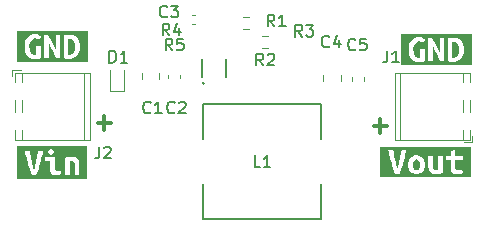
<source format=gbr>
%TF.GenerationSoftware,KiCad,Pcbnew,8.0.1*%
%TF.CreationDate,2025-05-13T16:21:41+05:45*%
%TF.ProjectId,12V-5V_buck_converter,3132562d-3556-45f6-9275-636b5f636f6e,rev?*%
%TF.SameCoordinates,Original*%
%TF.FileFunction,Legend,Top*%
%TF.FilePolarity,Positive*%
%FSLAX46Y46*%
G04 Gerber Fmt 4.6, Leading zero omitted, Abs format (unit mm)*
G04 Created by KiCad (PCBNEW 8.0.1) date 2025-05-13 16:21:41*
%MOMM*%
%LPD*%
G01*
G04 APERTURE LIST*
%ADD10C,0.100000*%
%ADD11C,0.300000*%
%ADD12C,0.150000*%
%ADD13C,0.120000*%
%ADD14C,0.000000*%
%ADD15C,0.127000*%
%ADD16C,0.152400*%
G04 APERTURE END LIST*
D10*
X30688174Y-24558900D02*
G75*
G02*
X30488174Y-24558900I-100000J0D01*
G01*
X30488174Y-24558900D02*
G75*
G02*
X30688174Y-24558900I100000J0D01*
G01*
D11*
X21636510Y-27931400D02*
X22779368Y-27931400D01*
X22207939Y-28502828D02*
X22207939Y-27359971D01*
X45004510Y-28185400D02*
X46147368Y-28185400D01*
X45575939Y-28756828D02*
X45575939Y-27613971D01*
D12*
X35647333Y-23060819D02*
X35314000Y-22584628D01*
X35075905Y-23060819D02*
X35075905Y-22060819D01*
X35075905Y-22060819D02*
X35456857Y-22060819D01*
X35456857Y-22060819D02*
X35552095Y-22108438D01*
X35552095Y-22108438D02*
X35599714Y-22156057D01*
X35599714Y-22156057D02*
X35647333Y-22251295D01*
X35647333Y-22251295D02*
X35647333Y-22394152D01*
X35647333Y-22394152D02*
X35599714Y-22489390D01*
X35599714Y-22489390D02*
X35552095Y-22537009D01*
X35552095Y-22537009D02*
X35456857Y-22584628D01*
X35456857Y-22584628D02*
X35075905Y-22584628D01*
X36028286Y-22156057D02*
X36075905Y-22108438D01*
X36075905Y-22108438D02*
X36171143Y-22060819D01*
X36171143Y-22060819D02*
X36409238Y-22060819D01*
X36409238Y-22060819D02*
X36504476Y-22108438D01*
X36504476Y-22108438D02*
X36552095Y-22156057D01*
X36552095Y-22156057D02*
X36599714Y-22251295D01*
X36599714Y-22251295D02*
X36599714Y-22346533D01*
X36599714Y-22346533D02*
X36552095Y-22489390D01*
X36552095Y-22489390D02*
X35980667Y-23060819D01*
X35980667Y-23060819D02*
X36599714Y-23060819D01*
X38949333Y-20613819D02*
X38616000Y-20137628D01*
X38377905Y-20613819D02*
X38377905Y-19613819D01*
X38377905Y-19613819D02*
X38758857Y-19613819D01*
X38758857Y-19613819D02*
X38854095Y-19661438D01*
X38854095Y-19661438D02*
X38901714Y-19709057D01*
X38901714Y-19709057D02*
X38949333Y-19804295D01*
X38949333Y-19804295D02*
X38949333Y-19947152D01*
X38949333Y-19947152D02*
X38901714Y-20042390D01*
X38901714Y-20042390D02*
X38854095Y-20090009D01*
X38854095Y-20090009D02*
X38758857Y-20137628D01*
X38758857Y-20137628D02*
X38377905Y-20137628D01*
X39282667Y-19613819D02*
X39901714Y-19613819D01*
X39901714Y-19613819D02*
X39568381Y-19994771D01*
X39568381Y-19994771D02*
X39711238Y-19994771D01*
X39711238Y-19994771D02*
X39806476Y-20042390D01*
X39806476Y-20042390D02*
X39854095Y-20090009D01*
X39854095Y-20090009D02*
X39901714Y-20185247D01*
X39901714Y-20185247D02*
X39901714Y-20423342D01*
X39901714Y-20423342D02*
X39854095Y-20518580D01*
X39854095Y-20518580D02*
X39806476Y-20566200D01*
X39806476Y-20566200D02*
X39711238Y-20613819D01*
X39711238Y-20613819D02*
X39425524Y-20613819D01*
X39425524Y-20613819D02*
X39330286Y-20566200D01*
X39330286Y-20566200D02*
X39282667Y-20518580D01*
X41235333Y-21441580D02*
X41187714Y-21489200D01*
X41187714Y-21489200D02*
X41044857Y-21536819D01*
X41044857Y-21536819D02*
X40949619Y-21536819D01*
X40949619Y-21536819D02*
X40806762Y-21489200D01*
X40806762Y-21489200D02*
X40711524Y-21393961D01*
X40711524Y-21393961D02*
X40663905Y-21298723D01*
X40663905Y-21298723D02*
X40616286Y-21108247D01*
X40616286Y-21108247D02*
X40616286Y-20965390D01*
X40616286Y-20965390D02*
X40663905Y-20774914D01*
X40663905Y-20774914D02*
X40711524Y-20679676D01*
X40711524Y-20679676D02*
X40806762Y-20584438D01*
X40806762Y-20584438D02*
X40949619Y-20536819D01*
X40949619Y-20536819D02*
X41044857Y-20536819D01*
X41044857Y-20536819D02*
X41187714Y-20584438D01*
X41187714Y-20584438D02*
X41235333Y-20632057D01*
X42092476Y-20870152D02*
X42092476Y-21536819D01*
X41854381Y-20489200D02*
X41616286Y-21203485D01*
X41616286Y-21203485D02*
X42235333Y-21203485D01*
X21764666Y-29934819D02*
X21764666Y-30649104D01*
X21764666Y-30649104D02*
X21717047Y-30791961D01*
X21717047Y-30791961D02*
X21621809Y-30887200D01*
X21621809Y-30887200D02*
X21478952Y-30934819D01*
X21478952Y-30934819D02*
X21383714Y-30934819D01*
X22193238Y-30030057D02*
X22240857Y-29982438D01*
X22240857Y-29982438D02*
X22336095Y-29934819D01*
X22336095Y-29934819D02*
X22574190Y-29934819D01*
X22574190Y-29934819D02*
X22669428Y-29982438D01*
X22669428Y-29982438D02*
X22717047Y-30030057D01*
X22717047Y-30030057D02*
X22764666Y-30125295D01*
X22764666Y-30125295D02*
X22764666Y-30220533D01*
X22764666Y-30220533D02*
X22717047Y-30363390D01*
X22717047Y-30363390D02*
X22145619Y-30934819D01*
X22145619Y-30934819D02*
X22764666Y-30934819D01*
X35393333Y-31654819D02*
X34917143Y-31654819D01*
X34917143Y-31654819D02*
X34917143Y-30654819D01*
X36250476Y-31654819D02*
X35679048Y-31654819D01*
X35964762Y-31654819D02*
X35964762Y-30654819D01*
X35964762Y-30654819D02*
X35869524Y-30797676D01*
X35869524Y-30797676D02*
X35774286Y-30892914D01*
X35774286Y-30892914D02*
X35679048Y-30940533D01*
X26109333Y-27029580D02*
X26061714Y-27077200D01*
X26061714Y-27077200D02*
X25918857Y-27124819D01*
X25918857Y-27124819D02*
X25823619Y-27124819D01*
X25823619Y-27124819D02*
X25680762Y-27077200D01*
X25680762Y-27077200D02*
X25585524Y-26981961D01*
X25585524Y-26981961D02*
X25537905Y-26886723D01*
X25537905Y-26886723D02*
X25490286Y-26696247D01*
X25490286Y-26696247D02*
X25490286Y-26553390D01*
X25490286Y-26553390D02*
X25537905Y-26362914D01*
X25537905Y-26362914D02*
X25585524Y-26267676D01*
X25585524Y-26267676D02*
X25680762Y-26172438D01*
X25680762Y-26172438D02*
X25823619Y-26124819D01*
X25823619Y-26124819D02*
X25918857Y-26124819D01*
X25918857Y-26124819D02*
X26061714Y-26172438D01*
X26061714Y-26172438D02*
X26109333Y-26220057D01*
X27061714Y-27124819D02*
X26490286Y-27124819D01*
X26776000Y-27124819D02*
X26776000Y-26124819D01*
X26776000Y-26124819D02*
X26680762Y-26267676D01*
X26680762Y-26267676D02*
X26585524Y-26362914D01*
X26585524Y-26362914D02*
X26490286Y-26410533D01*
X22629905Y-22814819D02*
X22629905Y-21814819D01*
X22629905Y-21814819D02*
X22868000Y-21814819D01*
X22868000Y-21814819D02*
X23010857Y-21862438D01*
X23010857Y-21862438D02*
X23106095Y-21957676D01*
X23106095Y-21957676D02*
X23153714Y-22052914D01*
X23153714Y-22052914D02*
X23201333Y-22243390D01*
X23201333Y-22243390D02*
X23201333Y-22386247D01*
X23201333Y-22386247D02*
X23153714Y-22576723D01*
X23153714Y-22576723D02*
X23106095Y-22671961D01*
X23106095Y-22671961D02*
X23010857Y-22767200D01*
X23010857Y-22767200D02*
X22868000Y-22814819D01*
X22868000Y-22814819D02*
X22629905Y-22814819D01*
X24153714Y-22814819D02*
X23582286Y-22814819D01*
X23868000Y-22814819D02*
X23868000Y-21814819D01*
X23868000Y-21814819D02*
X23772762Y-21957676D01*
X23772762Y-21957676D02*
X23677524Y-22052914D01*
X23677524Y-22052914D02*
X23582286Y-22100533D01*
X36586333Y-19758819D02*
X36253000Y-19282628D01*
X36014905Y-19758819D02*
X36014905Y-18758819D01*
X36014905Y-18758819D02*
X36395857Y-18758819D01*
X36395857Y-18758819D02*
X36491095Y-18806438D01*
X36491095Y-18806438D02*
X36538714Y-18854057D01*
X36538714Y-18854057D02*
X36586333Y-18949295D01*
X36586333Y-18949295D02*
X36586333Y-19092152D01*
X36586333Y-19092152D02*
X36538714Y-19187390D01*
X36538714Y-19187390D02*
X36491095Y-19235009D01*
X36491095Y-19235009D02*
X36395857Y-19282628D01*
X36395857Y-19282628D02*
X36014905Y-19282628D01*
X37538714Y-19758819D02*
X36967286Y-19758819D01*
X37253000Y-19758819D02*
X37253000Y-18758819D01*
X37253000Y-18758819D02*
X37157762Y-18901676D01*
X37157762Y-18901676D02*
X37062524Y-18996914D01*
X37062524Y-18996914D02*
X36967286Y-19044533D01*
X27696333Y-20520819D02*
X27363000Y-20044628D01*
X27124905Y-20520819D02*
X27124905Y-19520819D01*
X27124905Y-19520819D02*
X27505857Y-19520819D01*
X27505857Y-19520819D02*
X27601095Y-19568438D01*
X27601095Y-19568438D02*
X27648714Y-19616057D01*
X27648714Y-19616057D02*
X27696333Y-19711295D01*
X27696333Y-19711295D02*
X27696333Y-19854152D01*
X27696333Y-19854152D02*
X27648714Y-19949390D01*
X27648714Y-19949390D02*
X27601095Y-19997009D01*
X27601095Y-19997009D02*
X27505857Y-20044628D01*
X27505857Y-20044628D02*
X27124905Y-20044628D01*
X28553476Y-19854152D02*
X28553476Y-20520819D01*
X28315381Y-19473200D02*
X28077286Y-20187485D01*
X28077286Y-20187485D02*
X28696333Y-20187485D01*
X43444333Y-21695580D02*
X43396714Y-21743200D01*
X43396714Y-21743200D02*
X43253857Y-21790819D01*
X43253857Y-21790819D02*
X43158619Y-21790819D01*
X43158619Y-21790819D02*
X43015762Y-21743200D01*
X43015762Y-21743200D02*
X42920524Y-21647961D01*
X42920524Y-21647961D02*
X42872905Y-21552723D01*
X42872905Y-21552723D02*
X42825286Y-21362247D01*
X42825286Y-21362247D02*
X42825286Y-21219390D01*
X42825286Y-21219390D02*
X42872905Y-21028914D01*
X42872905Y-21028914D02*
X42920524Y-20933676D01*
X42920524Y-20933676D02*
X43015762Y-20838438D01*
X43015762Y-20838438D02*
X43158619Y-20790819D01*
X43158619Y-20790819D02*
X43253857Y-20790819D01*
X43253857Y-20790819D02*
X43396714Y-20838438D01*
X43396714Y-20838438D02*
X43444333Y-20886057D01*
X44349095Y-20790819D02*
X43872905Y-20790819D01*
X43872905Y-20790819D02*
X43825286Y-21267009D01*
X43825286Y-21267009D02*
X43872905Y-21219390D01*
X43872905Y-21219390D02*
X43968143Y-21171771D01*
X43968143Y-21171771D02*
X44206238Y-21171771D01*
X44206238Y-21171771D02*
X44301476Y-21219390D01*
X44301476Y-21219390D02*
X44349095Y-21267009D01*
X44349095Y-21267009D02*
X44396714Y-21362247D01*
X44396714Y-21362247D02*
X44396714Y-21600342D01*
X44396714Y-21600342D02*
X44349095Y-21695580D01*
X44349095Y-21695580D02*
X44301476Y-21743200D01*
X44301476Y-21743200D02*
X44206238Y-21790819D01*
X44206238Y-21790819D02*
X43968143Y-21790819D01*
X43968143Y-21790819D02*
X43872905Y-21743200D01*
X43872905Y-21743200D02*
X43825286Y-21695580D01*
X27950333Y-21790819D02*
X27617000Y-21314628D01*
X27378905Y-21790819D02*
X27378905Y-20790819D01*
X27378905Y-20790819D02*
X27759857Y-20790819D01*
X27759857Y-20790819D02*
X27855095Y-20838438D01*
X27855095Y-20838438D02*
X27902714Y-20886057D01*
X27902714Y-20886057D02*
X27950333Y-20981295D01*
X27950333Y-20981295D02*
X27950333Y-21124152D01*
X27950333Y-21124152D02*
X27902714Y-21219390D01*
X27902714Y-21219390D02*
X27855095Y-21267009D01*
X27855095Y-21267009D02*
X27759857Y-21314628D01*
X27759857Y-21314628D02*
X27378905Y-21314628D01*
X28855095Y-20790819D02*
X28378905Y-20790819D01*
X28378905Y-20790819D02*
X28331286Y-21267009D01*
X28331286Y-21267009D02*
X28378905Y-21219390D01*
X28378905Y-21219390D02*
X28474143Y-21171771D01*
X28474143Y-21171771D02*
X28712238Y-21171771D01*
X28712238Y-21171771D02*
X28807476Y-21219390D01*
X28807476Y-21219390D02*
X28855095Y-21267009D01*
X28855095Y-21267009D02*
X28902714Y-21362247D01*
X28902714Y-21362247D02*
X28902714Y-21600342D01*
X28902714Y-21600342D02*
X28855095Y-21695580D01*
X28855095Y-21695580D02*
X28807476Y-21743200D01*
X28807476Y-21743200D02*
X28712238Y-21790819D01*
X28712238Y-21790819D02*
X28474143Y-21790819D01*
X28474143Y-21790819D02*
X28378905Y-21743200D01*
X28378905Y-21743200D02*
X28331286Y-21695580D01*
X28141333Y-27029580D02*
X28093714Y-27077200D01*
X28093714Y-27077200D02*
X27950857Y-27124819D01*
X27950857Y-27124819D02*
X27855619Y-27124819D01*
X27855619Y-27124819D02*
X27712762Y-27077200D01*
X27712762Y-27077200D02*
X27617524Y-26981961D01*
X27617524Y-26981961D02*
X27569905Y-26886723D01*
X27569905Y-26886723D02*
X27522286Y-26696247D01*
X27522286Y-26696247D02*
X27522286Y-26553390D01*
X27522286Y-26553390D02*
X27569905Y-26362914D01*
X27569905Y-26362914D02*
X27617524Y-26267676D01*
X27617524Y-26267676D02*
X27712762Y-26172438D01*
X27712762Y-26172438D02*
X27855619Y-26124819D01*
X27855619Y-26124819D02*
X27950857Y-26124819D01*
X27950857Y-26124819D02*
X28093714Y-26172438D01*
X28093714Y-26172438D02*
X28141333Y-26220057D01*
X28522286Y-26220057D02*
X28569905Y-26172438D01*
X28569905Y-26172438D02*
X28665143Y-26124819D01*
X28665143Y-26124819D02*
X28903238Y-26124819D01*
X28903238Y-26124819D02*
X28998476Y-26172438D01*
X28998476Y-26172438D02*
X29046095Y-26220057D01*
X29046095Y-26220057D02*
X29093714Y-26315295D01*
X29093714Y-26315295D02*
X29093714Y-26410533D01*
X29093714Y-26410533D02*
X29046095Y-26553390D01*
X29046095Y-26553390D02*
X28474667Y-27124819D01*
X28474667Y-27124819D02*
X29093714Y-27124819D01*
X46148666Y-21806819D02*
X46148666Y-22521104D01*
X46148666Y-22521104D02*
X46101047Y-22663961D01*
X46101047Y-22663961D02*
X46005809Y-22759200D01*
X46005809Y-22759200D02*
X45862952Y-22806819D01*
X45862952Y-22806819D02*
X45767714Y-22806819D01*
X47148666Y-22806819D02*
X46577238Y-22806819D01*
X46862952Y-22806819D02*
X46862952Y-21806819D01*
X46862952Y-21806819D02*
X46767714Y-21949676D01*
X46767714Y-21949676D02*
X46672476Y-22044914D01*
X46672476Y-22044914D02*
X46577238Y-22092533D01*
X27512333Y-18901580D02*
X27464714Y-18949200D01*
X27464714Y-18949200D02*
X27321857Y-18996819D01*
X27321857Y-18996819D02*
X27226619Y-18996819D01*
X27226619Y-18996819D02*
X27083762Y-18949200D01*
X27083762Y-18949200D02*
X26988524Y-18853961D01*
X26988524Y-18853961D02*
X26940905Y-18758723D01*
X26940905Y-18758723D02*
X26893286Y-18568247D01*
X26893286Y-18568247D02*
X26893286Y-18425390D01*
X26893286Y-18425390D02*
X26940905Y-18234914D01*
X26940905Y-18234914D02*
X26988524Y-18139676D01*
X26988524Y-18139676D02*
X27083762Y-18044438D01*
X27083762Y-18044438D02*
X27226619Y-17996819D01*
X27226619Y-17996819D02*
X27321857Y-17996819D01*
X27321857Y-17996819D02*
X27464714Y-18044438D01*
X27464714Y-18044438D02*
X27512333Y-18092057D01*
X27845667Y-17996819D02*
X28464714Y-17996819D01*
X28464714Y-17996819D02*
X28131381Y-18377771D01*
X28131381Y-18377771D02*
X28274238Y-18377771D01*
X28274238Y-18377771D02*
X28369476Y-18425390D01*
X28369476Y-18425390D02*
X28417095Y-18473009D01*
X28417095Y-18473009D02*
X28464714Y-18568247D01*
X28464714Y-18568247D02*
X28464714Y-18806342D01*
X28464714Y-18806342D02*
X28417095Y-18901580D01*
X28417095Y-18901580D02*
X28369476Y-18949200D01*
X28369476Y-18949200D02*
X28274238Y-18996819D01*
X28274238Y-18996819D02*
X27988524Y-18996819D01*
X27988524Y-18996819D02*
X27893286Y-18949200D01*
X27893286Y-18949200D02*
X27845667Y-18901580D01*
D13*
%TO.C,R2*%
X35576742Y-20559500D02*
X36051258Y-20559500D01*
X35576742Y-21604500D02*
X36051258Y-21604500D01*
%TO.C,C4*%
X40750000Y-24411252D02*
X40750000Y-23888748D01*
X42220000Y-24411252D02*
X42220000Y-23888748D01*
D14*
%TO.C,kibuzzard-6822FF75*%
G36*
X48762047Y-31040465D02*
G01*
X48856958Y-31133761D01*
X48911481Y-31277945D01*
X48929656Y-31461709D01*
X48909866Y-31645877D01*
X48850496Y-31791273D01*
X48752354Y-31885780D01*
X48616247Y-31917283D01*
X48476910Y-31885780D01*
X48381998Y-31791273D01*
X48327475Y-31645877D01*
X48309300Y-31461709D01*
X48329090Y-31277945D01*
X48388460Y-31133761D01*
X48486603Y-31040465D01*
X48622709Y-31009367D01*
X48762047Y-31040465D01*
G37*
G36*
X53240911Y-32532253D02*
G01*
X52567782Y-32532253D01*
X52083129Y-32532253D01*
X50234987Y-32532253D01*
X48622709Y-32532253D01*
X46797184Y-32532253D01*
X46238218Y-32532253D01*
X45565089Y-32532253D01*
X45565089Y-30220998D01*
X46238218Y-30220998D01*
X46275375Y-30401935D01*
X46328687Y-30628107D01*
X46371408Y-30797376D01*
X46417719Y-30973467D01*
X46467620Y-31156378D01*
X46520394Y-31342880D01*
X46575321Y-31529740D01*
X46632402Y-31716960D01*
X46717216Y-31983519D01*
X46797184Y-32220998D01*
X47207523Y-32220998D01*
X47269272Y-32048857D01*
X47329584Y-31872766D01*
X47388460Y-31692727D01*
X47445003Y-31511790D01*
X47460900Y-31458478D01*
X47905423Y-31458478D01*
X47918347Y-31630934D01*
X47957120Y-31786426D01*
X48019721Y-31923341D01*
X48104131Y-32040061D01*
X48208331Y-32134569D01*
X48330302Y-32204843D01*
X48468832Y-32248462D01*
X48622709Y-32263002D01*
X48776586Y-32248462D01*
X48915116Y-32204843D01*
X49036683Y-32134569D01*
X49139672Y-32040061D01*
X49222871Y-31923341D01*
X49285068Y-31786426D01*
X49323840Y-31630934D01*
X49336764Y-31458478D01*
X49323840Y-31288446D01*
X49285068Y-31133761D01*
X49222467Y-30997250D01*
X49138057Y-30881742D01*
X49033856Y-30788850D01*
X48911885Y-30720191D01*
X48854171Y-30702420D01*
X49617863Y-30702420D01*
X49617863Y-31548947D01*
X49624325Y-31697574D01*
X49643711Y-31833276D01*
X49739026Y-32057832D01*
X49928040Y-32204843D01*
X50064551Y-32243616D01*
X50234987Y-32256540D01*
X50412289Y-32249270D01*
X50575859Y-32227460D01*
X50720851Y-32198381D01*
X50842418Y-32169302D01*
X50842418Y-31031984D01*
X51159058Y-31031984D01*
X51504777Y-31031984D01*
X51504777Y-31655570D01*
X51514470Y-31828026D01*
X51543549Y-31964132D01*
X51656635Y-32146685D01*
X51837572Y-32233922D01*
X52083129Y-32256540D01*
X52330302Y-32237153D01*
X52567782Y-32172533D01*
X52512855Y-31830045D01*
X52411078Y-31872048D01*
X52320609Y-31896281D01*
X52230141Y-31907590D01*
X52128363Y-31910821D01*
X52034664Y-31901128D01*
X51963582Y-31862355D01*
X51918347Y-31781580D01*
X51902192Y-31645877D01*
X51902192Y-31031984D01*
X52538703Y-31031984D01*
X52538703Y-30702420D01*
X51902192Y-30702420D01*
X51902192Y-30256540D01*
X51504777Y-30321160D01*
X51504777Y-30702420D01*
X51159058Y-30702420D01*
X51159058Y-31031984D01*
X50842418Y-31031984D01*
X50842418Y-30702420D01*
X50441772Y-30702420D01*
X50441772Y-31894666D01*
X50260835Y-31910821D01*
X50065359Y-31809044D01*
X50027798Y-31680207D01*
X50015278Y-31497250D01*
X50015278Y-30702420D01*
X49617863Y-30702420D01*
X48854171Y-30702420D01*
X48774163Y-30677784D01*
X48622709Y-30663648D01*
X48473275Y-30677784D01*
X48335149Y-30720191D01*
X48211966Y-30788850D01*
X48107362Y-30881742D01*
X48022548Y-30997250D01*
X47958735Y-31133761D01*
X47918751Y-31288446D01*
X47905423Y-31458478D01*
X47460900Y-31458478D01*
X47498315Y-31333007D01*
X47548396Y-31156378D01*
X47617055Y-30899108D01*
X47677637Y-30653955D01*
X47729737Y-30426168D01*
X47772952Y-30220998D01*
X47356150Y-30220998D01*
X47327071Y-30389011D01*
X47291530Y-30582872D01*
X47251142Y-30792485D01*
X47207523Y-31007751D01*
X47160674Y-31224229D01*
X47110593Y-31437477D01*
X47058897Y-31637396D01*
X47007200Y-31813890D01*
X46955100Y-31634973D01*
X46902192Y-31434246D01*
X46850496Y-31220998D01*
X46802031Y-31004520D01*
X46757200Y-30789658D01*
X46716409Y-30581257D01*
X46682483Y-30388607D01*
X46658250Y-30220998D01*
X46238218Y-30220998D01*
X45565089Y-30220998D01*
X45565089Y-29951747D01*
X46238218Y-29951747D01*
X52567782Y-29951747D01*
X53240911Y-29951747D01*
X53240911Y-32532253D01*
G37*
D13*
%TO.C,J2*%
X14400000Y-23430000D02*
X14400000Y-23930000D01*
X14640000Y-23670000D02*
X14640000Y-24440000D01*
X14640000Y-26020000D02*
X14640000Y-26980000D01*
X14640000Y-28560000D02*
X14640000Y-29330000D01*
X15140000Y-23430000D02*
X14400000Y-23430000D01*
X15200000Y-23670000D02*
X15200000Y-24440000D01*
X15200000Y-26020000D02*
X15200000Y-26980000D01*
X15200000Y-28560000D02*
X15200000Y-29330000D01*
X20500000Y-23670000D02*
X20500000Y-29330000D01*
X20960000Y-23670000D02*
X14640000Y-23670000D01*
X20960000Y-23670000D02*
X20960000Y-29330000D01*
X20960000Y-29330000D02*
X14640000Y-29330000D01*
D14*
%TO.C,kibuzzard-68230884*%
G36*
X52004439Y-21098260D02*
G01*
X52136911Y-21248502D01*
X52204763Y-21464981D01*
X52224149Y-21717000D01*
X52218090Y-21859569D01*
X52199916Y-21990021D01*
X52119141Y-22204884D01*
X51970514Y-22347048D01*
X51742727Y-22398745D01*
X51707186Y-22398745D01*
X51671645Y-22395514D01*
X51671645Y-21051410D01*
X51729803Y-21043333D01*
X51787961Y-21041717D01*
X52004439Y-21098260D01*
G37*
G36*
X53301155Y-23029870D02*
G01*
X52628026Y-23029870D01*
X51700724Y-23029870D01*
X50631257Y-23029870D01*
X48773422Y-23029870D01*
X47955974Y-23029870D01*
X47282845Y-23029870D01*
X47282845Y-21717000D01*
X47955974Y-21717000D01*
X47970514Y-21959730D01*
X48014132Y-22170958D01*
X48084407Y-22350279D01*
X48178914Y-22497291D01*
X48296443Y-22611992D01*
X48435780Y-22694383D01*
X48595312Y-22744060D01*
X48773422Y-22760619D01*
X48970918Y-22752541D01*
X49136911Y-22728309D01*
X49358236Y-22670150D01*
X49358236Y-21671766D01*
X48960821Y-21671766D01*
X48960821Y-22401976D01*
X48883276Y-22411669D01*
X48805732Y-22414900D01*
X48612679Y-22372493D01*
X48472937Y-22245271D01*
X48410112Y-22111184D01*
X48372416Y-21935094D01*
X48359851Y-21717000D01*
X48366717Y-21568777D01*
X48387315Y-21434286D01*
X48477784Y-21214577D01*
X48637719Y-21070796D01*
X48876814Y-21019100D01*
X49090061Y-21054641D01*
X49264536Y-21135417D01*
X49367929Y-20818777D01*
X49301693Y-20780005D01*
X49190223Y-20731540D01*
X49139044Y-20718616D01*
X49632872Y-20718616D01*
X49632872Y-22718616D01*
X49991515Y-22718616D01*
X49991515Y-21390667D01*
X50111602Y-21612351D01*
X50226303Y-21833676D01*
X50335619Y-22054641D01*
X50439550Y-22275607D01*
X50538096Y-22496932D01*
X50631257Y-22718616D01*
X50951128Y-22718616D01*
X50951128Y-22695998D01*
X51274229Y-22695998D01*
X51492323Y-22733155D01*
X51700724Y-22744464D01*
X51895796Y-22730328D01*
X52073906Y-22687921D01*
X52231822Y-22614819D01*
X52366313Y-22508599D01*
X52475764Y-22367646D01*
X52558559Y-22190344D01*
X52610659Y-21974270D01*
X52628026Y-21717000D01*
X52612275Y-21465384D01*
X52565021Y-21253349D01*
X52489496Y-21078066D01*
X52388931Y-20936709D01*
X52263325Y-20828874D01*
X52112679Y-20754157D01*
X51941031Y-20710538D01*
X51752420Y-20695998D01*
X51529480Y-20705691D01*
X51274229Y-20744464D01*
X51274229Y-22695998D01*
X50951128Y-22695998D01*
X50951128Y-20718616D01*
X50592485Y-20718616D01*
X50592485Y-21949633D01*
X50535538Y-21823624D01*
X50468090Y-21678228D01*
X50392162Y-21520716D01*
X50309771Y-21358357D01*
X50222937Y-21193171D01*
X50133680Y-21027178D01*
X50043212Y-20866838D01*
X49952743Y-20718616D01*
X49632872Y-20718616D01*
X49139044Y-20718616D01*
X49030288Y-20691152D01*
X48821887Y-20673381D01*
X48646604Y-20689940D01*
X48482630Y-20739617D01*
X48334811Y-20822412D01*
X48207994Y-20938325D01*
X48103793Y-21086548D01*
X48023826Y-21266273D01*
X47972937Y-21476693D01*
X47955974Y-21717000D01*
X47282845Y-21717000D01*
X47282845Y-20404130D01*
X47955974Y-20404130D01*
X52628026Y-20404130D01*
X53301155Y-20404130D01*
X53301155Y-23029870D01*
G37*
D15*
%TO.C,L1*%
X30560000Y-26350000D02*
X30560000Y-29280000D01*
X30560000Y-26350000D02*
X40560000Y-26350000D01*
X30560000Y-36050000D02*
X30560000Y-33120000D01*
X30560000Y-36050000D02*
X40560000Y-36050000D01*
X40560000Y-26350000D02*
X40560000Y-29280000D01*
X40560000Y-36050000D02*
X40560000Y-33120000D01*
D13*
%TO.C,C1*%
X25350000Y-24211252D02*
X25350000Y-23688748D01*
X26820000Y-24211252D02*
X26820000Y-23688748D01*
D14*
%TO.C,kibuzzard-6822FFBE*%
G36*
X20760075Y-32634030D02*
G01*
X20086947Y-32634030D01*
X18125719Y-32634030D01*
X16032019Y-32634030D01*
X15473053Y-32634030D01*
X14799925Y-32634030D01*
X14799925Y-30329237D01*
X15473053Y-30329237D01*
X15510210Y-30510174D01*
X15563522Y-30736346D01*
X15606243Y-30905615D01*
X15652554Y-31081706D01*
X15702456Y-31264617D01*
X15755229Y-31451119D01*
X15810156Y-31637979D01*
X15867237Y-31825199D01*
X15952052Y-32091758D01*
X16032019Y-32329237D01*
X16442359Y-32329237D01*
X16504107Y-32157096D01*
X16564419Y-31981006D01*
X16623296Y-31800966D01*
X16679838Y-31620029D01*
X16733150Y-31441246D01*
X16783231Y-31264617D01*
X16816429Y-31140223D01*
X17162876Y-31140223D01*
X17582908Y-31140223D01*
X17582908Y-31699189D01*
X17589370Y-31848624D01*
X17608756Y-31980288D01*
X17697609Y-32188688D01*
X17865622Y-32319544D01*
X17983150Y-32353470D01*
X18125719Y-32364779D01*
X18324426Y-32343777D01*
X18366859Y-32329237D01*
X18865622Y-32329237D01*
X19263037Y-32329237D01*
X19263037Y-31136992D01*
X19355121Y-31127299D01*
X19443974Y-31124068D01*
X19641066Y-31217767D01*
X19677415Y-31341354D01*
X19689532Y-31524714D01*
X19689532Y-32329237D01*
X20086947Y-32329237D01*
X20086947Y-31473018D01*
X20079677Y-31324795D01*
X20057868Y-31190304D01*
X19959321Y-30970595D01*
X19770307Y-30828430D01*
X19635412Y-30790869D01*
X19469822Y-30778349D01*
X19292520Y-30784811D01*
X19128950Y-30804197D01*
X18984766Y-30830853D01*
X18865622Y-30859124D01*
X18865622Y-32329237D01*
X18366859Y-32329237D01*
X18555444Y-32264617D01*
X18503748Y-31944746D01*
X18329273Y-32004520D01*
X18196801Y-32019060D01*
X18030404Y-31952824D01*
X17980323Y-31750885D01*
X17980323Y-30810659D01*
X17712149Y-30810659D01*
X17162876Y-30810659D01*
X17162876Y-31140223D01*
X16816429Y-31140223D01*
X16851890Y-31007347D01*
X16912472Y-30762194D01*
X16964572Y-30534407D01*
X16998259Y-30374472D01*
X17463360Y-30374472D01*
X17536058Y-30558640D01*
X17712149Y-30626491D01*
X17889855Y-30558640D01*
X17964168Y-30374472D01*
X17889855Y-30187073D01*
X17712149Y-30119221D01*
X17536058Y-30187073D01*
X17463360Y-30374472D01*
X16998259Y-30374472D01*
X17007787Y-30329237D01*
X16590985Y-30329237D01*
X16561906Y-30497250D01*
X16526365Y-30691111D01*
X16485977Y-30900724D01*
X16442359Y-31115990D01*
X16395509Y-31332468D01*
X16345428Y-31545716D01*
X16293732Y-31745635D01*
X16242036Y-31922129D01*
X16189935Y-31743212D01*
X16137027Y-31542485D01*
X16085331Y-31329237D01*
X16036866Y-31112759D01*
X15992036Y-30897897D01*
X15951244Y-30689496D01*
X15917318Y-30496847D01*
X15893086Y-30329237D01*
X15473053Y-30329237D01*
X14799925Y-30329237D01*
X14799925Y-29849970D01*
X15473053Y-29849970D01*
X20086947Y-29849970D01*
X20760075Y-29849970D01*
X20760075Y-32634030D01*
G37*
%TO.C,kibuzzard-68230884*%
G36*
X19492439Y-20844260D02*
G01*
X19624911Y-20994502D01*
X19692763Y-21210981D01*
X19712149Y-21463000D01*
X19706090Y-21605569D01*
X19687916Y-21736021D01*
X19607141Y-21950884D01*
X19458514Y-22093048D01*
X19230727Y-22144745D01*
X19195186Y-22144745D01*
X19159645Y-22141514D01*
X19159645Y-20797410D01*
X19217803Y-20789333D01*
X19275961Y-20787717D01*
X19492439Y-20844260D01*
G37*
G36*
X20789155Y-22775870D02*
G01*
X20116026Y-22775870D01*
X19188724Y-22775870D01*
X18119257Y-22775870D01*
X16261422Y-22775870D01*
X15443974Y-22775870D01*
X14770845Y-22775870D01*
X14770845Y-21463000D01*
X15443974Y-21463000D01*
X15458514Y-21705730D01*
X15502132Y-21916958D01*
X15572407Y-22096279D01*
X15666914Y-22243291D01*
X15784443Y-22357992D01*
X15923780Y-22440383D01*
X16083312Y-22490060D01*
X16261422Y-22506619D01*
X16458918Y-22498541D01*
X16624911Y-22474309D01*
X16846236Y-22416150D01*
X16846236Y-21417766D01*
X16448821Y-21417766D01*
X16448821Y-22147976D01*
X16371276Y-22157669D01*
X16293732Y-22160900D01*
X16100679Y-22118493D01*
X15960937Y-21991271D01*
X15898112Y-21857184D01*
X15860416Y-21681094D01*
X15847851Y-21463000D01*
X15854717Y-21314777D01*
X15875315Y-21180286D01*
X15965784Y-20960577D01*
X16125719Y-20816796D01*
X16364814Y-20765100D01*
X16578061Y-20800641D01*
X16752536Y-20881417D01*
X16855929Y-20564777D01*
X16789693Y-20526005D01*
X16678223Y-20477540D01*
X16627044Y-20464616D01*
X17120872Y-20464616D01*
X17120872Y-22464616D01*
X17479515Y-22464616D01*
X17479515Y-21136667D01*
X17599602Y-21358351D01*
X17714303Y-21579676D01*
X17823619Y-21800641D01*
X17927550Y-22021607D01*
X18026096Y-22242932D01*
X18119257Y-22464616D01*
X18439128Y-22464616D01*
X18439128Y-22441998D01*
X18762229Y-22441998D01*
X18980323Y-22479155D01*
X19188724Y-22490464D01*
X19383796Y-22476328D01*
X19561906Y-22433921D01*
X19719822Y-22360819D01*
X19854313Y-22254599D01*
X19963764Y-22113646D01*
X20046559Y-21936344D01*
X20098659Y-21720270D01*
X20116026Y-21463000D01*
X20100275Y-21211384D01*
X20053021Y-20999349D01*
X19977496Y-20824066D01*
X19876931Y-20682709D01*
X19751325Y-20574874D01*
X19600679Y-20500157D01*
X19429031Y-20456538D01*
X19240420Y-20441998D01*
X19017480Y-20451691D01*
X18762229Y-20490464D01*
X18762229Y-22441998D01*
X18439128Y-22441998D01*
X18439128Y-20464616D01*
X18080485Y-20464616D01*
X18080485Y-21695633D01*
X18023538Y-21569624D01*
X17956090Y-21424228D01*
X17880162Y-21266716D01*
X17797771Y-21104357D01*
X17710937Y-20939171D01*
X17621680Y-20773178D01*
X17531212Y-20612838D01*
X17440743Y-20464616D01*
X17120872Y-20464616D01*
X16627044Y-20464616D01*
X16518288Y-20437152D01*
X16309887Y-20419381D01*
X16134604Y-20435940D01*
X15970630Y-20485617D01*
X15822811Y-20568412D01*
X15695994Y-20684325D01*
X15591793Y-20832548D01*
X15511826Y-21012273D01*
X15460937Y-21222693D01*
X15443974Y-21463000D01*
X14770845Y-21463000D01*
X14770845Y-20150130D01*
X15443974Y-20150130D01*
X20116026Y-20150130D01*
X20789155Y-20150130D01*
X20789155Y-22775870D01*
G37*
D13*
%TO.C,D1*%
X22681000Y-23422000D02*
X22681000Y-25237000D01*
X22681000Y-25237000D02*
X23901000Y-25237000D01*
X23901000Y-25237000D02*
X23901000Y-23422000D01*
%TO.C,R1*%
X33975742Y-18921500D02*
X34450258Y-18921500D01*
X33975742Y-19966500D02*
X34450258Y-19966500D01*
D16*
%TO.C,U1*%
X30504100Y-22479300D02*
X30504100Y-24028700D01*
X32459900Y-24028700D02*
X32459900Y-22479300D01*
D13*
%TO.C,C5*%
X43175000Y-24340580D02*
X43175000Y-24059420D01*
X44195000Y-24340580D02*
X44195000Y-24059420D01*
%TO.C,C2*%
X27607000Y-24156580D02*
X27607000Y-23875420D01*
X28627000Y-24156580D02*
X28627000Y-23875420D01*
%TO.C,J1*%
X46800000Y-23670000D02*
X53120000Y-23670000D01*
X46800000Y-29330000D02*
X46800000Y-23670000D01*
X46800000Y-29330000D02*
X53120000Y-29330000D01*
X47260000Y-29330000D02*
X47260000Y-23670000D01*
X52560000Y-24440000D02*
X52560000Y-23670000D01*
X52560000Y-26980000D02*
X52560000Y-26020000D01*
X52560000Y-29330000D02*
X52560000Y-28560000D01*
X52620000Y-29570000D02*
X53360000Y-29570000D01*
X53120000Y-24440000D02*
X53120000Y-23670000D01*
X53120000Y-26980000D02*
X53120000Y-26020000D01*
X53120000Y-29330000D02*
X53120000Y-28560000D01*
X53360000Y-29570000D02*
X53360000Y-29070000D01*
%TO.C,C3*%
X29853836Y-18830000D02*
X29638164Y-18830000D01*
X29853836Y-19550000D02*
X29638164Y-19550000D01*
%TD*%
M02*

</source>
